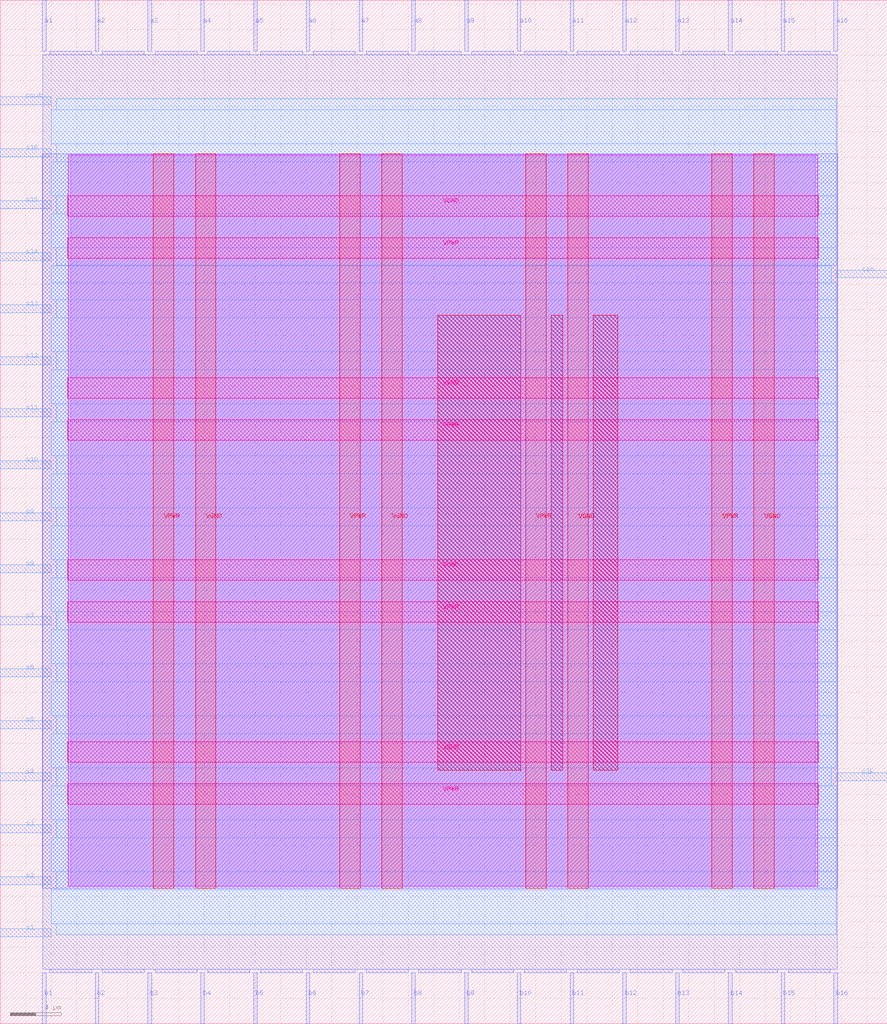
<source format=lef>
VERSION 5.7 ;
  NOWIREEXTENSIONATPIN ON ;
  DIVIDERCHAR "/" ;
  BUSBITCHARS "[]" ;
MACRO adder
  CLASS BLOCK ;
  FOREIGN adder ;
  ORIGIN 0.000 0.000 ;
  SIZE 69.590 BY 80.310 ;
  PIN VGND
    DIRECTION INOUT ;
    USE GROUND ;
    PORT
      LAYER met4 ;
        RECT 15.320 10.640 16.920 68.240 ;
    END
    PORT
      LAYER met4 ;
        RECT 29.925 10.640 31.525 68.240 ;
    END
    PORT
      LAYER met4 ;
        RECT 44.530 10.640 46.130 68.240 ;
    END
    PORT
      LAYER met4 ;
        RECT 59.135 10.640 60.735 68.240 ;
    END
    PORT
      LAYER met5 ;
        RECT 5.280 20.520 64.180 22.120 ;
    END
    PORT
      LAYER met5 ;
        RECT 5.280 34.800 64.180 36.400 ;
    END
    PORT
      LAYER met5 ;
        RECT 5.280 49.080 64.180 50.680 ;
    END
    PORT
      LAYER met5 ;
        RECT 5.280 63.360 64.180 64.960 ;
    END
  END VGND
  PIN VPWR
    DIRECTION INOUT ;
    USE POWER ;
    PORT
      LAYER met4 ;
        RECT 12.020 10.640 13.620 68.240 ;
    END
    PORT
      LAYER met4 ;
        RECT 26.625 10.640 28.225 68.240 ;
    END
    PORT
      LAYER met4 ;
        RECT 41.230 10.640 42.830 68.240 ;
    END
    PORT
      LAYER met4 ;
        RECT 55.835 10.640 57.435 68.240 ;
    END
    PORT
      LAYER met5 ;
        RECT 5.280 17.220 64.180 18.820 ;
    END
    PORT
      LAYER met5 ;
        RECT 5.280 31.500 64.180 33.100 ;
    END
    PORT
      LAYER met5 ;
        RECT 5.280 45.780 64.180 47.380 ;
    END
    PORT
      LAYER met5 ;
        RECT 5.280 60.060 64.180 61.660 ;
    END
  END VPWR
  PIN a1
    DIRECTION INPUT ;
    USE SIGNAL ;
    ANTENNAGATEAREA 0.196500 ;
    PORT
      LAYER met2 ;
        RECT 3.310 76.310 3.590 80.310 ;
    END
  END a1
  PIN a10
    DIRECTION INPUT ;
    USE SIGNAL ;
    ANTENNAGATEAREA 0.196500 ;
    PORT
      LAYER met2 ;
        RECT 40.570 76.310 40.850 80.310 ;
    END
  END a10
  PIN a11
    DIRECTION INPUT ;
    USE SIGNAL ;
    ANTENNAGATEAREA 0.196500 ;
    PORT
      LAYER met2 ;
        RECT 44.710 76.310 44.990 80.310 ;
    END
  END a11
  PIN a12
    DIRECTION INPUT ;
    USE SIGNAL ;
    ANTENNAGATEAREA 0.196500 ;
    PORT
      LAYER met2 ;
        RECT 48.850 76.310 49.130 80.310 ;
    END
  END a12
  PIN a13
    DIRECTION INPUT ;
    USE SIGNAL ;
    ANTENNAGATEAREA 0.196500 ;
    PORT
      LAYER met2 ;
        RECT 52.990 76.310 53.270 80.310 ;
    END
  END a13
  PIN a14
    DIRECTION INPUT ;
    USE SIGNAL ;
    ANTENNAGATEAREA 0.196500 ;
    PORT
      LAYER met2 ;
        RECT 57.130 76.310 57.410 80.310 ;
    END
  END a14
  PIN a15
    DIRECTION INPUT ;
    USE SIGNAL ;
    ANTENNAGATEAREA 0.196500 ;
    PORT
      LAYER met2 ;
        RECT 61.270 76.310 61.550 80.310 ;
    END
  END a15
  PIN a16
    DIRECTION INPUT ;
    USE SIGNAL ;
    ANTENNAGATEAREA 0.196500 ;
    PORT
      LAYER met2 ;
        RECT 65.410 76.310 65.690 80.310 ;
    END
  END a16
  PIN a2
    DIRECTION INPUT ;
    USE SIGNAL ;
    ANTENNAGATEAREA 0.196500 ;
    PORT
      LAYER met2 ;
        RECT 7.450 76.310 7.730 80.310 ;
    END
  END a2
  PIN a3
    DIRECTION INPUT ;
    USE SIGNAL ;
    ANTENNAGATEAREA 0.196500 ;
    PORT
      LAYER met2 ;
        RECT 11.590 76.310 11.870 80.310 ;
    END
  END a3
  PIN a4
    DIRECTION INPUT ;
    USE SIGNAL ;
    ANTENNAGATEAREA 0.196500 ;
    PORT
      LAYER met2 ;
        RECT 15.730 76.310 16.010 80.310 ;
    END
  END a4
  PIN a5
    DIRECTION INPUT ;
    USE SIGNAL ;
    ANTENNAGATEAREA 0.196500 ;
    PORT
      LAYER met2 ;
        RECT 19.870 76.310 20.150 80.310 ;
    END
  END a5
  PIN a6
    DIRECTION INPUT ;
    USE SIGNAL ;
    ANTENNAGATEAREA 0.196500 ;
    PORT
      LAYER met2 ;
        RECT 24.010 76.310 24.290 80.310 ;
    END
  END a6
  PIN a7
    DIRECTION INPUT ;
    USE SIGNAL ;
    ANTENNAGATEAREA 0.196500 ;
    PORT
      LAYER met2 ;
        RECT 28.150 76.310 28.430 80.310 ;
    END
  END a7
  PIN a8
    DIRECTION INPUT ;
    USE SIGNAL ;
    ANTENNAGATEAREA 0.196500 ;
    PORT
      LAYER met2 ;
        RECT 32.290 76.310 32.570 80.310 ;
    END
  END a8
  PIN a9
    DIRECTION INPUT ;
    USE SIGNAL ;
    ANTENNAGATEAREA 0.196500 ;
    PORT
      LAYER met2 ;
        RECT 36.430 76.310 36.710 80.310 ;
    END
  END a9
  PIN b1
    DIRECTION INPUT ;
    USE SIGNAL ;
    ANTENNAGATEAREA 0.196500 ;
    PORT
      LAYER met2 ;
        RECT 3.310 0.000 3.590 4.000 ;
    END
  END b1
  PIN b10
    DIRECTION INPUT ;
    USE SIGNAL ;
    ANTENNAGATEAREA 0.196500 ;
    PORT
      LAYER met2 ;
        RECT 40.570 0.000 40.850 4.000 ;
    END
  END b10
  PIN b11
    DIRECTION INPUT ;
    USE SIGNAL ;
    ANTENNAGATEAREA 0.196500 ;
    PORT
      LAYER met2 ;
        RECT 44.710 0.000 44.990 4.000 ;
    END
  END b11
  PIN b12
    DIRECTION INPUT ;
    USE SIGNAL ;
    ANTENNAGATEAREA 0.196500 ;
    PORT
      LAYER met2 ;
        RECT 48.850 0.000 49.130 4.000 ;
    END
  END b12
  PIN b13
    DIRECTION INPUT ;
    USE SIGNAL ;
    ANTENNAGATEAREA 0.196500 ;
    PORT
      LAYER met2 ;
        RECT 52.990 0.000 53.270 4.000 ;
    END
  END b13
  PIN b14
    DIRECTION INPUT ;
    USE SIGNAL ;
    ANTENNAGATEAREA 0.196500 ;
    PORT
      LAYER met2 ;
        RECT 57.130 0.000 57.410 4.000 ;
    END
  END b14
  PIN b15
    DIRECTION INPUT ;
    USE SIGNAL ;
    ANTENNAGATEAREA 0.196500 ;
    PORT
      LAYER met2 ;
        RECT 61.270 0.000 61.550 4.000 ;
    END
  END b15
  PIN b16
    DIRECTION INPUT ;
    USE SIGNAL ;
    ANTENNAGATEAREA 0.196500 ;
    PORT
      LAYER met2 ;
        RECT 65.410 0.000 65.690 4.000 ;
    END
  END b16
  PIN b2
    DIRECTION INPUT ;
    USE SIGNAL ;
    ANTENNAGATEAREA 0.196500 ;
    PORT
      LAYER met2 ;
        RECT 7.450 0.000 7.730 4.000 ;
    END
  END b2
  PIN b3
    DIRECTION INPUT ;
    USE SIGNAL ;
    ANTENNAGATEAREA 0.196500 ;
    PORT
      LAYER met2 ;
        RECT 11.590 0.000 11.870 4.000 ;
    END
  END b3
  PIN b4
    DIRECTION INPUT ;
    USE SIGNAL ;
    ANTENNAGATEAREA 0.196500 ;
    PORT
      LAYER met2 ;
        RECT 15.730 0.000 16.010 4.000 ;
    END
  END b4
  PIN b5
    DIRECTION INPUT ;
    USE SIGNAL ;
    ANTENNAGATEAREA 0.196500 ;
    PORT
      LAYER met2 ;
        RECT 19.870 0.000 20.150 4.000 ;
    END
  END b5
  PIN b6
    DIRECTION INPUT ;
    USE SIGNAL ;
    ANTENNAGATEAREA 0.196500 ;
    PORT
      LAYER met2 ;
        RECT 24.010 0.000 24.290 4.000 ;
    END
  END b6
  PIN b7
    DIRECTION INPUT ;
    USE SIGNAL ;
    ANTENNAGATEAREA 0.196500 ;
    PORT
      LAYER met2 ;
        RECT 28.150 0.000 28.430 4.000 ;
    END
  END b7
  PIN b8
    DIRECTION INPUT ;
    USE SIGNAL ;
    ANTENNAGATEAREA 0.196500 ;
    PORT
      LAYER met2 ;
        RECT 32.290 0.000 32.570 4.000 ;
    END
  END b8
  PIN b9
    DIRECTION INPUT ;
    USE SIGNAL ;
    ANTENNAGATEAREA 0.196500 ;
    PORT
      LAYER met2 ;
        RECT 36.430 0.000 36.710 4.000 ;
    END
  END b9
  PIN cin
    DIRECTION INPUT ;
    USE SIGNAL ;
    ANTENNAGATEAREA 0.196500 ;
    PORT
      LAYER met3 ;
        RECT 65.590 58.520 69.590 59.120 ;
    END
  END cin
  PIN clk
    DIRECTION INPUT ;
    USE SIGNAL ;
    ANTENNAGATEAREA 0.852000 ;
    PORT
      LAYER met3 ;
        RECT 65.590 19.080 69.590 19.680 ;
    END
  END clk
  PIN cout
    DIRECTION OUTPUT ;
    USE SIGNAL ;
    ANTENNADIFFAREA 0.340600 ;
    PORT
      LAYER met3 ;
        RECT 0.000 72.120 4.000 72.720 ;
    END
  END cout
  PIN s1
    DIRECTION OUTPUT ;
    USE SIGNAL ;
    ANTENNADIFFAREA 0.340600 ;
    PORT
      LAYER met3 ;
        RECT 0.000 6.840 4.000 7.440 ;
    END
  END s1
  PIN s10
    DIRECTION OUTPUT ;
    USE SIGNAL ;
    ANTENNADIFFAREA 0.340600 ;
    PORT
      LAYER met3 ;
        RECT 0.000 43.560 4.000 44.160 ;
    END
  END s10
  PIN s11
    DIRECTION OUTPUT ;
    USE SIGNAL ;
    ANTENNADIFFAREA 0.340600 ;
    PORT
      LAYER met3 ;
        RECT 0.000 47.640 4.000 48.240 ;
    END
  END s11
  PIN s12
    DIRECTION OUTPUT ;
    USE SIGNAL ;
    ANTENNADIFFAREA 0.340600 ;
    PORT
      LAYER met3 ;
        RECT 0.000 51.720 4.000 52.320 ;
    END
  END s12
  PIN s13
    DIRECTION OUTPUT ;
    USE SIGNAL ;
    ANTENNADIFFAREA 0.340600 ;
    PORT
      LAYER met3 ;
        RECT 0.000 55.800 4.000 56.400 ;
    END
  END s13
  PIN s14
    DIRECTION OUTPUT ;
    USE SIGNAL ;
    ANTENNADIFFAREA 0.340600 ;
    PORT
      LAYER met3 ;
        RECT 0.000 59.880 4.000 60.480 ;
    END
  END s14
  PIN s15
    DIRECTION OUTPUT ;
    USE SIGNAL ;
    ANTENNADIFFAREA 0.340600 ;
    PORT
      LAYER met3 ;
        RECT 0.000 63.960 4.000 64.560 ;
    END
  END s15
  PIN s16
    DIRECTION OUTPUT ;
    USE SIGNAL ;
    ANTENNADIFFAREA 0.340600 ;
    PORT
      LAYER met3 ;
        RECT 0.000 68.040 4.000 68.640 ;
    END
  END s16
  PIN s2
    DIRECTION OUTPUT ;
    USE SIGNAL ;
    ANTENNADIFFAREA 0.340600 ;
    PORT
      LAYER met3 ;
        RECT 0.000 10.920 4.000 11.520 ;
    END
  END s2
  PIN s3
    DIRECTION OUTPUT ;
    USE SIGNAL ;
    ANTENNADIFFAREA 0.340600 ;
    PORT
      LAYER met3 ;
        RECT 0.000 15.000 4.000 15.600 ;
    END
  END s3
  PIN s4
    DIRECTION OUTPUT ;
    USE SIGNAL ;
    ANTENNADIFFAREA 0.340600 ;
    PORT
      LAYER met3 ;
        RECT 0.000 19.080 4.000 19.680 ;
    END
  END s4
  PIN s5
    DIRECTION OUTPUT ;
    USE SIGNAL ;
    ANTENNADIFFAREA 0.340600 ;
    PORT
      LAYER met3 ;
        RECT 0.000 23.160 4.000 23.760 ;
    END
  END s5
  PIN s6
    DIRECTION OUTPUT ;
    USE SIGNAL ;
    ANTENNADIFFAREA 0.340600 ;
    PORT
      LAYER met3 ;
        RECT 0.000 27.240 4.000 27.840 ;
    END
  END s6
  PIN s7
    DIRECTION OUTPUT ;
    USE SIGNAL ;
    ANTENNADIFFAREA 0.340600 ;
    PORT
      LAYER met3 ;
        RECT 0.000 31.320 4.000 31.920 ;
    END
  END s7
  PIN s8
    DIRECTION OUTPUT ;
    USE SIGNAL ;
    ANTENNADIFFAREA 0.340600 ;
    PORT
      LAYER met3 ;
        RECT 0.000 35.400 4.000 36.000 ;
    END
  END s8
  PIN s9
    DIRECTION OUTPUT ;
    USE SIGNAL ;
    ANTENNADIFFAREA 0.340600 ;
    PORT
      LAYER met3 ;
        RECT 0.000 39.480 4.000 40.080 ;
    END
  END s9
  OBS
      LAYER nwell ;
        RECT 5.330 10.795 64.130 68.190 ;
      LAYER li1 ;
        RECT 5.520 10.795 63.940 68.085 ;
      LAYER met1 ;
        RECT 3.290 10.640 65.710 68.240 ;
      LAYER met2 ;
        RECT 3.870 76.030 7.170 76.310 ;
        RECT 8.010 76.030 11.310 76.310 ;
        RECT 12.150 76.030 15.450 76.310 ;
        RECT 16.290 76.030 19.590 76.310 ;
        RECT 20.430 76.030 23.730 76.310 ;
        RECT 24.570 76.030 27.870 76.310 ;
        RECT 28.710 76.030 32.010 76.310 ;
        RECT 32.850 76.030 36.150 76.310 ;
        RECT 36.990 76.030 40.290 76.310 ;
        RECT 41.130 76.030 44.430 76.310 ;
        RECT 45.270 76.030 48.570 76.310 ;
        RECT 49.410 76.030 52.710 76.310 ;
        RECT 53.550 76.030 56.850 76.310 ;
        RECT 57.690 76.030 60.990 76.310 ;
        RECT 61.830 76.030 65.130 76.310 ;
        RECT 3.320 4.280 65.680 76.030 ;
        RECT 3.870 4.000 7.170 4.280 ;
        RECT 8.010 4.000 11.310 4.280 ;
        RECT 12.150 4.000 15.450 4.280 ;
        RECT 16.290 4.000 19.590 4.280 ;
        RECT 20.430 4.000 23.730 4.280 ;
        RECT 24.570 4.000 27.870 4.280 ;
        RECT 28.710 4.000 32.010 4.280 ;
        RECT 32.850 4.000 36.150 4.280 ;
        RECT 36.990 4.000 40.290 4.280 ;
        RECT 41.130 4.000 44.430 4.280 ;
        RECT 45.270 4.000 48.570 4.280 ;
        RECT 49.410 4.000 52.710 4.280 ;
        RECT 53.550 4.000 56.850 4.280 ;
        RECT 57.690 4.000 60.990 4.280 ;
        RECT 61.830 4.000 65.130 4.280 ;
      LAYER met3 ;
        RECT 4.400 71.720 65.590 72.585 ;
        RECT 3.990 69.040 65.590 71.720 ;
        RECT 4.400 67.640 65.590 69.040 ;
        RECT 3.990 64.960 65.590 67.640 ;
        RECT 4.400 63.560 65.590 64.960 ;
        RECT 3.990 60.880 65.590 63.560 ;
        RECT 4.400 59.520 65.590 60.880 ;
        RECT 4.400 59.480 65.190 59.520 ;
        RECT 3.990 58.120 65.190 59.480 ;
        RECT 3.990 56.800 65.590 58.120 ;
        RECT 4.400 55.400 65.590 56.800 ;
        RECT 3.990 52.720 65.590 55.400 ;
        RECT 4.400 51.320 65.590 52.720 ;
        RECT 3.990 48.640 65.590 51.320 ;
        RECT 4.400 47.240 65.590 48.640 ;
        RECT 3.990 44.560 65.590 47.240 ;
        RECT 4.400 43.160 65.590 44.560 ;
        RECT 3.990 40.480 65.590 43.160 ;
        RECT 4.400 39.080 65.590 40.480 ;
        RECT 3.990 36.400 65.590 39.080 ;
        RECT 4.400 35.000 65.590 36.400 ;
        RECT 3.990 32.320 65.590 35.000 ;
        RECT 4.400 30.920 65.590 32.320 ;
        RECT 3.990 28.240 65.590 30.920 ;
        RECT 4.400 26.840 65.590 28.240 ;
        RECT 3.990 24.160 65.590 26.840 ;
        RECT 4.400 22.760 65.590 24.160 ;
        RECT 3.990 20.080 65.590 22.760 ;
        RECT 4.400 18.680 65.190 20.080 ;
        RECT 3.990 16.000 65.590 18.680 ;
        RECT 4.400 14.600 65.590 16.000 ;
        RECT 3.990 11.920 65.590 14.600 ;
        RECT 4.400 10.520 65.590 11.920 ;
        RECT 3.990 7.840 65.590 10.520 ;
        RECT 4.400 6.975 65.590 7.840 ;
      LAYER met4 ;
        RECT 34.335 19.895 40.830 55.585 ;
        RECT 43.230 19.895 44.130 55.585 ;
        RECT 46.530 19.895 48.465 55.585 ;
  END
END adder
END LIBRARY


</source>
